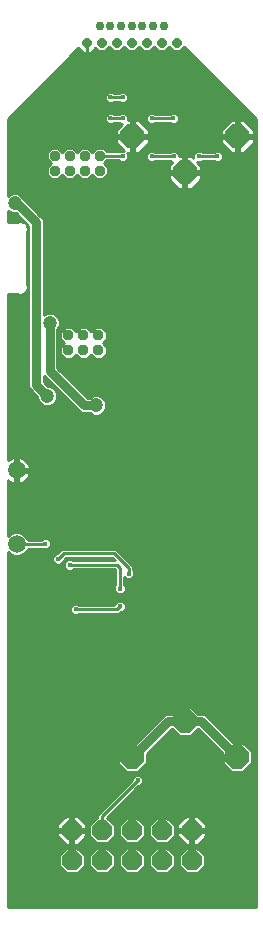
<source format=gbl>
G75*
%MOIN*%
%OFA0B0*%
%FSLAX25Y25*%
%IPPOS*%
%LPD*%
%AMOC8*
5,1,8,0,0,1.08239X$1,22.5*
%
%ADD10OC8,0.06600*%
%ADD11OC8,0.03248*%
%ADD12C,0.05906*%
%ADD13OC8,0.07800*%
%ADD14OC8,0.03543*%
%ADD15C,0.02953*%
%ADD16C,0.00984*%
%ADD17C,0.01772*%
%ADD18C,0.04724*%
%ADD19C,0.03150*%
D10*
X0094681Y0066374D03*
X0094681Y0076374D03*
X0104681Y0076374D03*
X0104681Y0066374D03*
X0114681Y0066374D03*
X0114681Y0076374D03*
X0124681Y0076374D03*
X0124681Y0066374D03*
X0134681Y0066374D03*
X0134681Y0076374D03*
D11*
X0129681Y0338736D03*
X0124681Y0338736D03*
X0119681Y0338736D03*
X0114681Y0338736D03*
X0109681Y0338736D03*
X0104681Y0338736D03*
X0099681Y0338736D03*
D12*
X0076295Y0196374D03*
X0076295Y0171768D03*
D13*
X0114898Y0100713D03*
X0132398Y0112713D03*
X0149898Y0100713D03*
X0132398Y0295713D03*
X0149898Y0307713D03*
X0114898Y0307713D03*
D14*
X0104071Y0301236D03*
X0104071Y0296236D03*
X0099071Y0296236D03*
X0099071Y0301236D03*
X0094071Y0301236D03*
X0094071Y0296236D03*
X0089071Y0296236D03*
X0089071Y0301236D03*
X0093539Y0241394D03*
X0093539Y0236394D03*
X0098539Y0236394D03*
X0098539Y0241394D03*
X0103539Y0241394D03*
X0103539Y0236394D03*
D15*
X0094996Y0265665D03*
X0106413Y0200705D03*
X0106413Y0185744D03*
X0106413Y0176689D03*
X0104839Y0171571D03*
X0106413Y0144406D03*
X0107594Y0344406D03*
X0104051Y0344406D03*
X0111138Y0344406D03*
X0114681Y0344406D03*
X0118224Y0344406D03*
X0121768Y0344406D03*
X0125311Y0344406D03*
D16*
X0073366Y0169118D02*
X0073366Y0050728D01*
X0155996Y0050728D01*
X0155996Y0313659D01*
X0132150Y0337505D01*
X0130765Y0336120D01*
X0128597Y0336120D01*
X0127181Y0337536D01*
X0125765Y0336120D01*
X0123597Y0336120D01*
X0122181Y0337536D01*
X0120765Y0336120D01*
X0118597Y0336120D01*
X0117181Y0337536D01*
X0115765Y0336120D01*
X0113597Y0336120D01*
X0112181Y0337536D01*
X0110765Y0336120D01*
X0108597Y0336120D01*
X0107181Y0337536D01*
X0105765Y0336120D01*
X0103597Y0336120D01*
X0102535Y0337183D01*
X0100972Y0335620D01*
X0099730Y0335620D01*
X0099730Y0338687D01*
X0099632Y0338687D01*
X0099632Y0335620D01*
X0098390Y0335620D01*
X0096859Y0337152D01*
X0073366Y0313659D01*
X0073366Y0287855D01*
X0073755Y0288244D01*
X0074988Y0288754D01*
X0076322Y0288754D01*
X0077555Y0288244D01*
X0078499Y0287300D01*
X0078732Y0286737D01*
X0084245Y0281224D01*
X0084245Y0281224D01*
X0084967Y0280502D01*
X0085358Y0279558D01*
X0085358Y0248335D01*
X0085453Y0248430D01*
X0086686Y0248941D01*
X0088021Y0248941D01*
X0089254Y0248430D01*
X0090197Y0247487D01*
X0090708Y0246254D01*
X0090708Y0244919D01*
X0090197Y0243687D01*
X0089920Y0243410D01*
X0089920Y0230670D01*
X0099996Y0220594D01*
X0100693Y0220594D01*
X0100970Y0220871D01*
X0102203Y0221382D01*
X0103537Y0221382D01*
X0104770Y0220871D01*
X0105714Y0219928D01*
X0106224Y0218695D01*
X0106224Y0217360D01*
X0105714Y0216127D01*
X0104770Y0215184D01*
X0103537Y0214673D01*
X0102203Y0214673D01*
X0100970Y0215184D01*
X0100693Y0215461D01*
X0098422Y0215461D01*
X0097479Y0215851D01*
X0085899Y0227431D01*
X0085358Y0227972D01*
X0085358Y0225981D01*
X0086807Y0224531D01*
X0087199Y0224531D01*
X0088432Y0224021D01*
X0089375Y0223077D01*
X0089886Y0221844D01*
X0089886Y0220510D01*
X0089375Y0219277D01*
X0088432Y0218334D01*
X0087199Y0217823D01*
X0085864Y0217823D01*
X0084631Y0218334D01*
X0083688Y0219277D01*
X0083177Y0220510D01*
X0083177Y0220901D01*
X0081337Y0222741D01*
X0080615Y0223463D01*
X0080224Y0224407D01*
X0080224Y0277984D01*
X0076163Y0282046D01*
X0074988Y0282046D01*
X0073755Y0282556D01*
X0073366Y0282945D01*
X0073366Y0279272D01*
X0075864Y0279272D01*
X0075930Y0279338D01*
X0075930Y0279338D01*
X0077745Y0279625D01*
X0077745Y0279625D01*
X0079382Y0278791D01*
X0079382Y0278791D01*
X0079382Y0278791D01*
X0080216Y0277154D01*
X0080216Y0277154D01*
X0079928Y0275339D01*
X0079928Y0275339D01*
X0079862Y0275273D01*
X0079862Y0259207D01*
X0079928Y0259141D01*
X0079928Y0259141D01*
X0080216Y0257326D01*
X0080216Y0257326D01*
X0079382Y0255689D01*
X0079382Y0255689D01*
X0079382Y0255689D01*
X0077745Y0254855D01*
X0077745Y0254855D01*
X0075930Y0255143D01*
X0075930Y0255143D01*
X0075864Y0255209D01*
X0073366Y0255209D01*
X0073366Y0199731D01*
X0073400Y0199764D01*
X0073966Y0200176D01*
X0074589Y0200493D01*
X0075254Y0200709D01*
X0075803Y0200796D01*
X0075803Y0196866D01*
X0076787Y0196866D01*
X0076787Y0200796D01*
X0077336Y0200709D01*
X0078002Y0200493D01*
X0078625Y0200176D01*
X0079191Y0199764D01*
X0079686Y0199270D01*
X0080097Y0198704D01*
X0080414Y0198080D01*
X0080631Y0197415D01*
X0080718Y0196866D01*
X0076787Y0196866D01*
X0076787Y0195882D01*
X0076787Y0191952D01*
X0077336Y0192039D01*
X0078002Y0192255D01*
X0078625Y0192572D01*
X0079191Y0192984D01*
X0079686Y0193478D01*
X0080097Y0194044D01*
X0080414Y0194668D01*
X0080631Y0195333D01*
X0080718Y0195882D01*
X0076787Y0195882D01*
X0075803Y0195882D01*
X0075803Y0191952D01*
X0075254Y0192039D01*
X0074589Y0192255D01*
X0073966Y0192572D01*
X0073400Y0192984D01*
X0073366Y0193017D01*
X0073366Y0174417D01*
X0074061Y0175112D01*
X0075511Y0175713D01*
X0077080Y0175713D01*
X0078530Y0175112D01*
X0079640Y0174002D01*
X0079950Y0173252D01*
X0084573Y0173252D01*
X0085163Y0173843D01*
X0086719Y0173843D01*
X0087819Y0172742D01*
X0087819Y0171187D01*
X0086719Y0170087D01*
X0085163Y0170087D01*
X0084966Y0170283D01*
X0079950Y0170283D01*
X0079640Y0169533D01*
X0078530Y0168423D01*
X0077080Y0167823D01*
X0075511Y0167823D01*
X0074061Y0168423D01*
X0073366Y0169118D01*
X0073366Y0168633D02*
X0073851Y0168633D01*
X0073366Y0167651D02*
X0088223Y0167651D01*
X0088197Y0167624D02*
X0088197Y0166069D01*
X0089297Y0164969D01*
X0090853Y0164969D01*
X0091953Y0166069D01*
X0091953Y0166625D01*
X0092658Y0167331D01*
X0108161Y0167331D01*
X0109129Y0166362D01*
X0095183Y0166362D01*
X0094790Y0166756D01*
X0093234Y0166756D01*
X0092134Y0165656D01*
X0092134Y0164100D01*
X0093234Y0163000D01*
X0094790Y0163000D01*
X0095183Y0163394D01*
X0109145Y0163394D01*
X0109260Y0163279D01*
X0109260Y0158176D01*
X0108866Y0157782D01*
X0108866Y0156226D01*
X0109966Y0155126D01*
X0111522Y0155126D01*
X0112622Y0156226D01*
X0112622Y0157782D01*
X0112228Y0158176D01*
X0112228Y0160738D01*
X0112919Y0160047D01*
X0114475Y0160047D01*
X0115575Y0161147D01*
X0115575Y0162703D01*
X0115181Y0163097D01*
X0115181Y0164508D01*
X0110260Y0169430D01*
X0109390Y0170299D01*
X0091429Y0170299D01*
X0090559Y0169430D01*
X0089854Y0168724D01*
X0089297Y0168724D01*
X0088197Y0167624D01*
X0088197Y0166668D02*
X0073366Y0166668D01*
X0073366Y0165685D02*
X0088580Y0165685D01*
X0090075Y0166846D02*
X0092043Y0168815D01*
X0108776Y0168815D01*
X0113697Y0163894D01*
X0113697Y0161925D01*
X0115575Y0161754D02*
X0155996Y0161754D01*
X0155996Y0162737D02*
X0115541Y0162737D01*
X0115181Y0163720D02*
X0155996Y0163720D01*
X0155996Y0164702D02*
X0114987Y0164702D01*
X0114005Y0165685D02*
X0155996Y0165685D01*
X0155996Y0166668D02*
X0113022Y0166668D01*
X0112039Y0167651D02*
X0155996Y0167651D01*
X0155996Y0168633D02*
X0111056Y0168633D01*
X0110073Y0169616D02*
X0155996Y0169616D01*
X0155996Y0170599D02*
X0087231Y0170599D01*
X0087819Y0171582D02*
X0155996Y0171582D01*
X0155996Y0172564D02*
X0087819Y0172564D01*
X0087014Y0173547D02*
X0155996Y0173547D01*
X0155996Y0174530D02*
X0079112Y0174530D01*
X0079828Y0173547D02*
X0084868Y0173547D01*
X0085941Y0171965D02*
X0085744Y0171768D01*
X0076295Y0171768D01*
X0075028Y0175513D02*
X0073366Y0175513D01*
X0073366Y0176495D02*
X0155996Y0176495D01*
X0155996Y0175513D02*
X0077563Y0175513D01*
X0079674Y0169616D02*
X0090745Y0169616D01*
X0089206Y0168633D02*
X0078740Y0168633D01*
X0073366Y0164702D02*
X0092134Y0164702D01*
X0092163Y0165685D02*
X0091569Y0165685D01*
X0091995Y0166668D02*
X0093146Y0166668D01*
X0094878Y0166668D02*
X0108824Y0166668D01*
X0109760Y0164878D02*
X0110744Y0163894D01*
X0110744Y0157004D01*
X0108866Y0156840D02*
X0073366Y0156840D01*
X0073366Y0155857D02*
X0109235Y0155857D01*
X0108907Y0157823D02*
X0073366Y0157823D01*
X0073366Y0158806D02*
X0109260Y0158806D01*
X0109260Y0159788D02*
X0073366Y0159788D01*
X0073366Y0160771D02*
X0109260Y0160771D01*
X0109260Y0161754D02*
X0073366Y0161754D01*
X0073366Y0162737D02*
X0109260Y0162737D01*
X0109760Y0164878D02*
X0094012Y0164878D01*
X0092514Y0163720D02*
X0073366Y0163720D01*
X0073366Y0174530D02*
X0073479Y0174530D01*
X0073366Y0177478D02*
X0155996Y0177478D01*
X0155996Y0178461D02*
X0073366Y0178461D01*
X0073366Y0179444D02*
X0155996Y0179444D01*
X0155996Y0180427D02*
X0073366Y0180427D01*
X0073366Y0181409D02*
X0155996Y0181409D01*
X0155996Y0182392D02*
X0073366Y0182392D01*
X0073366Y0183375D02*
X0155996Y0183375D01*
X0155996Y0184358D02*
X0073366Y0184358D01*
X0073366Y0185340D02*
X0155996Y0185340D01*
X0155996Y0186323D02*
X0073366Y0186323D01*
X0073366Y0187306D02*
X0155996Y0187306D01*
X0155996Y0188289D02*
X0073366Y0188289D01*
X0073366Y0189271D02*
X0155996Y0189271D01*
X0155996Y0190254D02*
X0073366Y0190254D01*
X0073366Y0191237D02*
X0155996Y0191237D01*
X0155996Y0192220D02*
X0077893Y0192220D01*
X0076787Y0192220D02*
X0075803Y0192220D01*
X0075803Y0193202D02*
X0076787Y0193202D01*
X0076787Y0194185D02*
X0075803Y0194185D01*
X0075803Y0195168D02*
X0076787Y0195168D01*
X0076787Y0196151D02*
X0155996Y0196151D01*
X0155996Y0197133D02*
X0080675Y0197133D01*
X0080396Y0198116D02*
X0155996Y0198116D01*
X0155996Y0199099D02*
X0079810Y0199099D01*
X0078754Y0200082D02*
X0155996Y0200082D01*
X0155996Y0201065D02*
X0073366Y0201065D01*
X0073366Y0202047D02*
X0155996Y0202047D01*
X0155996Y0203030D02*
X0073366Y0203030D01*
X0073366Y0204013D02*
X0155996Y0204013D01*
X0155996Y0204996D02*
X0073366Y0204996D01*
X0073366Y0205978D02*
X0155996Y0205978D01*
X0155996Y0206961D02*
X0073366Y0206961D01*
X0073366Y0207944D02*
X0155996Y0207944D01*
X0155996Y0208927D02*
X0073366Y0208927D01*
X0073366Y0209909D02*
X0155996Y0209909D01*
X0155996Y0210892D02*
X0073366Y0210892D01*
X0073366Y0211875D02*
X0155996Y0211875D01*
X0155996Y0212858D02*
X0073366Y0212858D01*
X0073366Y0213840D02*
X0155996Y0213840D01*
X0155996Y0214823D02*
X0103899Y0214823D01*
X0105392Y0215806D02*
X0155996Y0215806D01*
X0155996Y0216789D02*
X0105988Y0216789D01*
X0106224Y0217772D02*
X0155996Y0217772D01*
X0155996Y0218754D02*
X0106200Y0218754D01*
X0105793Y0219737D02*
X0155996Y0219737D01*
X0155996Y0220720D02*
X0104922Y0220720D01*
X0101841Y0214823D02*
X0073366Y0214823D01*
X0073366Y0215806D02*
X0097589Y0215806D01*
X0096542Y0216789D02*
X0073366Y0216789D01*
X0073366Y0217772D02*
X0095559Y0217772D01*
X0094576Y0218754D02*
X0088852Y0218754D01*
X0089566Y0219737D02*
X0093593Y0219737D01*
X0092611Y0220720D02*
X0089886Y0220720D01*
X0089886Y0221703D02*
X0091628Y0221703D01*
X0090645Y0222685D02*
X0089537Y0222685D01*
X0089662Y0223668D02*
X0088784Y0223668D01*
X0088680Y0224651D02*
X0086688Y0224651D01*
X0085705Y0225634D02*
X0087697Y0225634D01*
X0086714Y0226616D02*
X0085358Y0226616D01*
X0085358Y0227599D02*
X0085731Y0227599D01*
X0090043Y0230547D02*
X0155996Y0230547D01*
X0155996Y0229565D02*
X0091026Y0229565D01*
X0092009Y0228582D02*
X0155996Y0228582D01*
X0155996Y0227599D02*
X0092992Y0227599D01*
X0093974Y0226616D02*
X0155996Y0226616D01*
X0155996Y0225634D02*
X0094957Y0225634D01*
X0095940Y0224651D02*
X0155996Y0224651D01*
X0155996Y0223668D02*
X0096923Y0223668D01*
X0097905Y0222685D02*
X0155996Y0222685D01*
X0155996Y0221703D02*
X0098888Y0221703D01*
X0099871Y0220720D02*
X0100819Y0220720D01*
X0099684Y0233630D02*
X0097395Y0233630D01*
X0096039Y0234985D01*
X0094684Y0233630D01*
X0092395Y0233630D01*
X0090776Y0235249D01*
X0090776Y0237538D01*
X0092131Y0238894D01*
X0090776Y0240249D01*
X0090776Y0242538D01*
X0092395Y0244157D01*
X0094684Y0244157D01*
X0096039Y0242802D01*
X0097395Y0244157D01*
X0099684Y0244157D01*
X0101039Y0242802D01*
X0102395Y0244157D01*
X0104684Y0244157D01*
X0106303Y0242538D01*
X0106303Y0240249D01*
X0104948Y0238894D01*
X0106303Y0237538D01*
X0106303Y0235249D01*
X0104684Y0233630D01*
X0102395Y0233630D01*
X0101039Y0234985D01*
X0099684Y0233630D01*
X0100533Y0234478D02*
X0101546Y0234478D01*
X0105533Y0234478D02*
X0155996Y0234478D01*
X0155996Y0233496D02*
X0089920Y0233496D01*
X0089920Y0234478D02*
X0091546Y0234478D01*
X0090776Y0235461D02*
X0089920Y0235461D01*
X0089920Y0236444D02*
X0090776Y0236444D01*
X0090776Y0237427D02*
X0089920Y0237427D01*
X0089920Y0238410D02*
X0091647Y0238410D01*
X0091632Y0239392D02*
X0089920Y0239392D01*
X0089920Y0240375D02*
X0090776Y0240375D01*
X0090776Y0241358D02*
X0089920Y0241358D01*
X0089920Y0242341D02*
X0090776Y0242341D01*
X0091560Y0243323D02*
X0089920Y0243323D01*
X0090454Y0244306D02*
X0155996Y0244306D01*
X0155996Y0243323D02*
X0105518Y0243323D01*
X0106303Y0242341D02*
X0155996Y0242341D01*
X0155996Y0241358D02*
X0106303Y0241358D01*
X0106303Y0240375D02*
X0155996Y0240375D01*
X0155996Y0239392D02*
X0105447Y0239392D01*
X0105432Y0238410D02*
X0155996Y0238410D01*
X0155996Y0237427D02*
X0106303Y0237427D01*
X0106303Y0236444D02*
X0155996Y0236444D01*
X0155996Y0235461D02*
X0106303Y0235461D01*
X0101560Y0243323D02*
X0100518Y0243323D01*
X0096560Y0243323D02*
X0095518Y0243323D01*
X0090708Y0245289D02*
X0155996Y0245289D01*
X0155996Y0246272D02*
X0090700Y0246272D01*
X0090293Y0247254D02*
X0155996Y0247254D01*
X0155996Y0248237D02*
X0089447Y0248237D01*
X0085358Y0249220D02*
X0155996Y0249220D01*
X0155996Y0250203D02*
X0085358Y0250203D01*
X0085358Y0251185D02*
X0155996Y0251185D01*
X0155996Y0252168D02*
X0085358Y0252168D01*
X0085358Y0253151D02*
X0155996Y0253151D01*
X0155996Y0254134D02*
X0085358Y0254134D01*
X0085358Y0255117D02*
X0155996Y0255117D01*
X0155996Y0256099D02*
X0085358Y0256099D01*
X0085358Y0257082D02*
X0155996Y0257082D01*
X0155996Y0258065D02*
X0085358Y0258065D01*
X0085358Y0259048D02*
X0155996Y0259048D01*
X0155996Y0260030D02*
X0085358Y0260030D01*
X0085358Y0261013D02*
X0155996Y0261013D01*
X0155996Y0261996D02*
X0085358Y0261996D01*
X0085358Y0262979D02*
X0155996Y0262979D01*
X0155996Y0263961D02*
X0085358Y0263961D01*
X0085358Y0264944D02*
X0155996Y0264944D01*
X0155996Y0265927D02*
X0085358Y0265927D01*
X0085358Y0266910D02*
X0155996Y0266910D01*
X0155996Y0267892D02*
X0085358Y0267892D01*
X0085358Y0268875D02*
X0155996Y0268875D01*
X0155996Y0269858D02*
X0085358Y0269858D01*
X0085358Y0270841D02*
X0155996Y0270841D01*
X0155996Y0271823D02*
X0085358Y0271823D01*
X0085358Y0272806D02*
X0155996Y0272806D01*
X0155996Y0273789D02*
X0085358Y0273789D01*
X0085358Y0274772D02*
X0155996Y0274772D01*
X0155996Y0275755D02*
X0085358Y0275755D01*
X0085358Y0276737D02*
X0155996Y0276737D01*
X0155996Y0277720D02*
X0085358Y0277720D01*
X0085358Y0278703D02*
X0155996Y0278703D01*
X0155996Y0279686D02*
X0085305Y0279686D01*
X0084801Y0280668D02*
X0155996Y0280668D01*
X0155996Y0281651D02*
X0083818Y0281651D01*
X0082835Y0282634D02*
X0155996Y0282634D01*
X0155996Y0283617D02*
X0081852Y0283617D01*
X0080870Y0284599D02*
X0155996Y0284599D01*
X0155996Y0285582D02*
X0079887Y0285582D01*
X0078904Y0286565D02*
X0155996Y0286565D01*
X0155996Y0287548D02*
X0078251Y0287548D01*
X0076863Y0288530D02*
X0155996Y0288530D01*
X0155996Y0289513D02*
X0073366Y0289513D01*
X0073366Y0288530D02*
X0074447Y0288530D01*
X0073366Y0290496D02*
X0129989Y0290496D01*
X0130164Y0290320D02*
X0131906Y0290320D01*
X0131906Y0295220D01*
X0132890Y0295220D01*
X0132890Y0290320D01*
X0134631Y0290320D01*
X0137790Y0293479D01*
X0137790Y0295220D01*
X0132890Y0295220D01*
X0132890Y0296205D01*
X0131906Y0296205D01*
X0131906Y0301105D01*
X0130535Y0301105D01*
X0130535Y0301876D01*
X0129435Y0302976D01*
X0127880Y0302976D01*
X0127486Y0302583D01*
X0122546Y0302583D01*
X0122152Y0302976D01*
X0120596Y0302976D01*
X0119496Y0301876D01*
X0119496Y0300321D01*
X0120596Y0299220D01*
X0122152Y0299220D01*
X0122546Y0299614D01*
X0127486Y0299614D01*
X0127880Y0299220D01*
X0128280Y0299220D01*
X0127006Y0297946D01*
X0127005Y0296205D01*
X0131905Y0296205D01*
X0131905Y0295220D01*
X0127005Y0295220D01*
X0127006Y0293479D01*
X0130164Y0290320D01*
X0129006Y0291479D02*
X0073366Y0291479D01*
X0073366Y0292462D02*
X0128023Y0292462D01*
X0127040Y0293444D02*
X0073366Y0293444D01*
X0073366Y0294427D02*
X0086971Y0294427D01*
X0086307Y0295091D02*
X0087926Y0293472D01*
X0090216Y0293472D01*
X0091571Y0294828D01*
X0092926Y0293472D01*
X0095216Y0293472D01*
X0096571Y0294828D01*
X0097926Y0293472D01*
X0100216Y0293472D01*
X0101571Y0294828D01*
X0102926Y0293472D01*
X0105216Y0293472D01*
X0106835Y0295091D01*
X0106835Y0297381D01*
X0105479Y0298736D01*
X0106495Y0299752D01*
X0110350Y0299752D01*
X0110881Y0299220D01*
X0112437Y0299220D01*
X0113537Y0300321D01*
X0113537Y0301876D01*
X0113093Y0302320D01*
X0114406Y0302320D01*
X0114406Y0307220D01*
X0115390Y0307220D01*
X0115390Y0302320D01*
X0117131Y0302320D01*
X0120290Y0305479D01*
X0120290Y0307220D01*
X0115390Y0307220D01*
X0115390Y0308205D01*
X0114406Y0308205D01*
X0114406Y0313105D01*
X0113606Y0313105D01*
X0113606Y0314475D01*
X0112506Y0315575D01*
X0110950Y0315575D01*
X0110557Y0315181D01*
X0108766Y0315181D01*
X0108372Y0315575D01*
X0106817Y0315575D01*
X0105717Y0314475D01*
X0105717Y0312919D01*
X0106817Y0311819D01*
X0108372Y0311819D01*
X0108766Y0312213D01*
X0110557Y0312213D01*
X0110950Y0311819D01*
X0111378Y0311819D01*
X0109506Y0309946D01*
X0109505Y0308205D01*
X0114405Y0308205D01*
X0114405Y0307220D01*
X0109505Y0307220D01*
X0109506Y0305479D01*
X0112008Y0302976D01*
X0110881Y0302976D01*
X0110625Y0302720D01*
X0106495Y0302720D01*
X0105216Y0304000D01*
X0102926Y0304000D01*
X0101571Y0302645D01*
X0100216Y0304000D01*
X0097926Y0304000D01*
X0096571Y0302645D01*
X0095216Y0304000D01*
X0092926Y0304000D01*
X0091571Y0302645D01*
X0090216Y0304000D01*
X0087926Y0304000D01*
X0086307Y0302381D01*
X0086307Y0300091D01*
X0087662Y0298736D01*
X0086307Y0297381D01*
X0086307Y0295091D01*
X0086307Y0295410D02*
X0073366Y0295410D01*
X0073366Y0296393D02*
X0086307Y0296393D01*
X0086307Y0297375D02*
X0073366Y0297375D01*
X0073366Y0298358D02*
X0087284Y0298358D01*
X0087058Y0299341D02*
X0073366Y0299341D01*
X0073366Y0300324D02*
X0086307Y0300324D01*
X0086307Y0301306D02*
X0073366Y0301306D01*
X0073366Y0302289D02*
X0086307Y0302289D01*
X0087198Y0303272D02*
X0073366Y0303272D01*
X0073366Y0304255D02*
X0110730Y0304255D01*
X0109747Y0305237D02*
X0073366Y0305237D01*
X0073366Y0306220D02*
X0109505Y0306220D01*
X0109505Y0307203D02*
X0073366Y0307203D01*
X0073366Y0308186D02*
X0114405Y0308186D01*
X0114406Y0309168D02*
X0115390Y0309168D01*
X0115390Y0308205D02*
X0115390Y0313105D01*
X0117131Y0313105D01*
X0120290Y0309946D01*
X0120290Y0308205D01*
X0115390Y0308205D01*
X0115390Y0308186D02*
X0149405Y0308186D01*
X0149405Y0308205D02*
X0149405Y0307220D01*
X0149406Y0307220D02*
X0150390Y0307220D01*
X0150390Y0302320D01*
X0152131Y0302320D01*
X0155290Y0305479D01*
X0155290Y0307220D01*
X0150390Y0307220D01*
X0150390Y0308205D01*
X0149406Y0308205D01*
X0149406Y0313105D01*
X0147664Y0313105D01*
X0144506Y0309946D01*
X0144505Y0308205D01*
X0149405Y0308205D01*
X0149406Y0309168D02*
X0150390Y0309168D01*
X0150390Y0308205D02*
X0150390Y0313105D01*
X0152131Y0313105D01*
X0155290Y0309946D01*
X0155290Y0308205D01*
X0150390Y0308205D01*
X0150390Y0308186D02*
X0155996Y0308186D01*
X0155996Y0309168D02*
X0155290Y0309168D01*
X0155085Y0310151D02*
X0155996Y0310151D01*
X0155996Y0311134D02*
X0154102Y0311134D01*
X0153119Y0312117D02*
X0155996Y0312117D01*
X0155996Y0313100D02*
X0152136Y0313100D01*
X0150390Y0313100D02*
X0149406Y0313100D01*
X0149406Y0312117D02*
X0150390Y0312117D01*
X0150390Y0311134D02*
X0149406Y0311134D01*
X0149406Y0310151D02*
X0150390Y0310151D01*
X0150390Y0307203D02*
X0149406Y0307203D01*
X0149406Y0307220D02*
X0149406Y0302320D01*
X0147664Y0302320D01*
X0144506Y0305479D01*
X0144505Y0307220D01*
X0149405Y0307220D01*
X0149406Y0306220D02*
X0150390Y0306220D01*
X0150390Y0305237D02*
X0149406Y0305237D01*
X0149406Y0304255D02*
X0150390Y0304255D01*
X0150390Y0303272D02*
X0149406Y0303272D01*
X0146713Y0303272D02*
X0118083Y0303272D01*
X0119065Y0304255D02*
X0145730Y0304255D01*
X0144747Y0305237D02*
X0120048Y0305237D01*
X0120290Y0306220D02*
X0144505Y0306220D01*
X0144505Y0307203D02*
X0120290Y0307203D01*
X0120290Y0309168D02*
X0144506Y0309168D01*
X0144711Y0310151D02*
X0120085Y0310151D01*
X0119102Y0311134D02*
X0145693Y0311134D01*
X0146676Y0312117D02*
X0129546Y0312117D01*
X0129248Y0311819D02*
X0130348Y0312919D01*
X0130348Y0314475D01*
X0129248Y0315575D01*
X0127692Y0315575D01*
X0127298Y0315181D01*
X0122546Y0315181D01*
X0122152Y0315575D01*
X0120596Y0315575D01*
X0119496Y0314475D01*
X0119496Y0312919D01*
X0120596Y0311819D01*
X0122152Y0311819D01*
X0122546Y0312213D01*
X0127298Y0312213D01*
X0127692Y0311819D01*
X0129248Y0311819D01*
X0130348Y0313100D02*
X0147659Y0313100D01*
X0151642Y0318013D02*
X0077720Y0318013D01*
X0076738Y0317031D02*
X0152625Y0317031D01*
X0153607Y0316048D02*
X0075755Y0316048D01*
X0074772Y0315065D02*
X0106307Y0315065D01*
X0105717Y0314082D02*
X0073789Y0314082D01*
X0073366Y0313100D02*
X0105717Y0313100D01*
X0106519Y0312117D02*
X0073366Y0312117D01*
X0073366Y0311134D02*
X0110693Y0311134D01*
X0110653Y0312117D02*
X0108670Y0312117D01*
X0107594Y0313697D02*
X0111728Y0313697D01*
X0113016Y0315065D02*
X0120086Y0315065D01*
X0119496Y0314082D02*
X0113606Y0314082D01*
X0114406Y0313100D02*
X0115390Y0313100D01*
X0115390Y0312117D02*
X0114406Y0312117D01*
X0114406Y0311134D02*
X0115390Y0311134D01*
X0115390Y0310151D02*
X0114406Y0310151D01*
X0114406Y0307203D02*
X0115390Y0307203D01*
X0115390Y0306220D02*
X0114406Y0306220D01*
X0114406Y0305237D02*
X0115390Y0305237D01*
X0115390Y0304255D02*
X0114406Y0304255D01*
X0114406Y0303272D02*
X0115390Y0303272D01*
X0113124Y0302289D02*
X0119909Y0302289D01*
X0119496Y0301306D02*
X0113537Y0301306D01*
X0113537Y0300324D02*
X0119496Y0300324D01*
X0120476Y0299341D02*
X0112557Y0299341D01*
X0110761Y0299341D02*
X0106084Y0299341D01*
X0105858Y0298358D02*
X0127418Y0298358D01*
X0127759Y0299341D02*
X0122272Y0299341D01*
X0121374Y0301098D02*
X0128657Y0301098D01*
X0130123Y0302289D02*
X0135657Y0302289D01*
X0135244Y0301876D02*
X0135244Y0300492D01*
X0134631Y0301105D01*
X0132890Y0301105D01*
X0132890Y0296205D01*
X0137790Y0296205D01*
X0137790Y0297946D01*
X0136515Y0299220D01*
X0137900Y0299220D01*
X0138294Y0299614D01*
X0142053Y0299614D01*
X0142447Y0299220D01*
X0144002Y0299220D01*
X0145102Y0300321D01*
X0145102Y0301876D01*
X0144002Y0302976D01*
X0142447Y0302976D01*
X0142053Y0302583D01*
X0138294Y0302583D01*
X0137900Y0302976D01*
X0136344Y0302976D01*
X0135244Y0301876D01*
X0135244Y0301306D02*
X0130535Y0301306D01*
X0131906Y0300324D02*
X0132890Y0300324D01*
X0132890Y0299341D02*
X0131906Y0299341D01*
X0131906Y0298358D02*
X0132890Y0298358D01*
X0132890Y0297375D02*
X0131906Y0297375D01*
X0131906Y0296393D02*
X0132890Y0296393D01*
X0132890Y0295410D02*
X0155996Y0295410D01*
X0155996Y0296393D02*
X0137790Y0296393D01*
X0137790Y0297375D02*
X0155996Y0297375D01*
X0155996Y0298358D02*
X0137378Y0298358D01*
X0138020Y0299341D02*
X0142326Y0299341D01*
X0144123Y0299341D02*
X0155996Y0299341D01*
X0155996Y0300324D02*
X0145102Y0300324D01*
X0145102Y0301306D02*
X0155996Y0301306D01*
X0155996Y0302289D02*
X0144689Y0302289D01*
X0143224Y0301098D02*
X0137122Y0301098D01*
X0137790Y0294427D02*
X0155996Y0294427D01*
X0155996Y0293444D02*
X0137755Y0293444D01*
X0136772Y0292462D02*
X0155996Y0292462D01*
X0155996Y0291479D02*
X0135789Y0291479D01*
X0134807Y0290496D02*
X0155996Y0290496D01*
X0155996Y0303272D02*
X0153083Y0303272D01*
X0154065Y0304255D02*
X0155996Y0304255D01*
X0155996Y0305237D02*
X0155048Y0305237D01*
X0155290Y0306220D02*
X0155996Y0306220D01*
X0155996Y0307203D02*
X0155290Y0307203D01*
X0155573Y0314082D02*
X0130348Y0314082D01*
X0129758Y0315065D02*
X0154590Y0315065D01*
X0150659Y0318996D02*
X0112597Y0318996D01*
X0112506Y0318906D02*
X0113606Y0320006D01*
X0113606Y0321561D01*
X0112506Y0322661D01*
X0110950Y0322661D01*
X0110557Y0322268D01*
X0108766Y0322268D01*
X0108372Y0322661D01*
X0106817Y0322661D01*
X0105717Y0321561D01*
X0105717Y0320006D01*
X0106817Y0318906D01*
X0108372Y0318906D01*
X0108766Y0319299D01*
X0110557Y0319299D01*
X0110950Y0318906D01*
X0112506Y0318906D01*
X0113580Y0319979D02*
X0149676Y0319979D01*
X0148693Y0320962D02*
X0113606Y0320962D01*
X0113223Y0321944D02*
X0147711Y0321944D01*
X0146728Y0322927D02*
X0082634Y0322927D01*
X0081651Y0321944D02*
X0106100Y0321944D01*
X0105717Y0320962D02*
X0080669Y0320962D01*
X0079686Y0319979D02*
X0105743Y0319979D01*
X0106726Y0318996D02*
X0078703Y0318996D01*
X0083617Y0323910D02*
X0145745Y0323910D01*
X0144762Y0324893D02*
X0084600Y0324893D01*
X0085583Y0325875D02*
X0143780Y0325875D01*
X0142797Y0326858D02*
X0086565Y0326858D01*
X0087548Y0327841D02*
X0141814Y0327841D01*
X0140831Y0328824D02*
X0088531Y0328824D01*
X0089514Y0329807D02*
X0139849Y0329807D01*
X0138866Y0330789D02*
X0090496Y0330789D01*
X0091479Y0331772D02*
X0137883Y0331772D01*
X0136900Y0332755D02*
X0092462Y0332755D01*
X0093445Y0333738D02*
X0135918Y0333738D01*
X0134935Y0334720D02*
X0094427Y0334720D01*
X0095410Y0335703D02*
X0098307Y0335703D01*
X0099632Y0335703D02*
X0099730Y0335703D01*
X0099730Y0336686D02*
X0099632Y0336686D01*
X0099632Y0337669D02*
X0099730Y0337669D01*
X0099730Y0338651D02*
X0099632Y0338651D01*
X0097325Y0336686D02*
X0096393Y0336686D01*
X0101055Y0335703D02*
X0133952Y0335703D01*
X0132969Y0336686D02*
X0131330Y0336686D01*
X0128032Y0336686D02*
X0126331Y0336686D01*
X0123032Y0336686D02*
X0121330Y0336686D01*
X0118032Y0336686D02*
X0116330Y0336686D01*
X0113032Y0336686D02*
X0111331Y0336686D01*
X0108032Y0336686D02*
X0106331Y0336686D01*
X0103032Y0336686D02*
X0102038Y0336686D01*
X0107594Y0320783D02*
X0111728Y0320783D01*
X0110860Y0318996D02*
X0108463Y0318996D01*
X0109711Y0310151D02*
X0073366Y0310151D01*
X0073366Y0309168D02*
X0109506Y0309168D01*
X0111713Y0303272D02*
X0105944Y0303272D01*
X0104071Y0301236D02*
X0111521Y0301236D01*
X0111659Y0301098D01*
X0106835Y0297375D02*
X0127006Y0297375D01*
X0127006Y0296393D02*
X0106835Y0296393D01*
X0106835Y0295410D02*
X0131905Y0295410D01*
X0131906Y0294427D02*
X0132890Y0294427D01*
X0132890Y0293444D02*
X0131906Y0293444D01*
X0131906Y0292462D02*
X0132890Y0292462D01*
X0132890Y0291479D02*
X0131906Y0291479D01*
X0131906Y0290496D02*
X0132890Y0290496D01*
X0127005Y0294427D02*
X0106170Y0294427D01*
X0101971Y0294427D02*
X0101170Y0294427D01*
X0096971Y0294427D02*
X0096170Y0294427D01*
X0091971Y0294427D02*
X0091170Y0294427D01*
X0090944Y0303272D02*
X0092198Y0303272D01*
X0095944Y0303272D02*
X0097198Y0303272D01*
X0100944Y0303272D02*
X0102198Y0303272D01*
X0117136Y0313100D02*
X0119496Y0313100D01*
X0120298Y0312117D02*
X0118119Y0312117D01*
X0121374Y0313697D02*
X0128470Y0313697D01*
X0127394Y0312117D02*
X0122450Y0312117D01*
X0079506Y0278703D02*
X0079427Y0278703D01*
X0079927Y0277720D02*
X0080224Y0277720D01*
X0080224Y0276737D02*
X0080150Y0276737D01*
X0080224Y0275755D02*
X0079994Y0275755D01*
X0079862Y0274772D02*
X0080224Y0274772D01*
X0080224Y0273789D02*
X0079862Y0273789D01*
X0079862Y0272806D02*
X0080224Y0272806D01*
X0080224Y0271823D02*
X0079862Y0271823D01*
X0079862Y0270841D02*
X0080224Y0270841D01*
X0080224Y0269858D02*
X0079862Y0269858D01*
X0079862Y0268875D02*
X0080224Y0268875D01*
X0080224Y0267892D02*
X0079862Y0267892D01*
X0079862Y0266910D02*
X0080224Y0266910D01*
X0080224Y0265927D02*
X0079862Y0265927D01*
X0079862Y0264944D02*
X0080224Y0264944D01*
X0080224Y0263961D02*
X0079862Y0263961D01*
X0079862Y0262979D02*
X0080224Y0262979D01*
X0080224Y0261996D02*
X0079862Y0261996D01*
X0079862Y0261013D02*
X0080224Y0261013D01*
X0080224Y0260030D02*
X0079862Y0260030D01*
X0079943Y0259048D02*
X0080224Y0259048D01*
X0080224Y0258065D02*
X0080099Y0258065D01*
X0080091Y0257082D02*
X0080224Y0257082D01*
X0080224Y0256099D02*
X0079591Y0256099D01*
X0080224Y0255117D02*
X0078258Y0255117D01*
X0076094Y0255117D02*
X0073366Y0255117D01*
X0073366Y0254134D02*
X0080224Y0254134D01*
X0080224Y0253151D02*
X0073366Y0253151D01*
X0073366Y0252168D02*
X0080224Y0252168D01*
X0080224Y0251185D02*
X0073366Y0251185D01*
X0073366Y0250203D02*
X0080224Y0250203D01*
X0080224Y0249220D02*
X0073366Y0249220D01*
X0073366Y0248237D02*
X0080224Y0248237D01*
X0080224Y0247254D02*
X0073366Y0247254D01*
X0073366Y0246272D02*
X0080224Y0246272D01*
X0080224Y0245289D02*
X0073366Y0245289D01*
X0073366Y0244306D02*
X0080224Y0244306D01*
X0080224Y0243323D02*
X0073366Y0243323D01*
X0073366Y0242341D02*
X0080224Y0242341D01*
X0080224Y0241358D02*
X0073366Y0241358D01*
X0073366Y0240375D02*
X0080224Y0240375D01*
X0080224Y0239392D02*
X0073366Y0239392D01*
X0073366Y0238410D02*
X0080224Y0238410D01*
X0080224Y0237427D02*
X0073366Y0237427D01*
X0073366Y0236444D02*
X0080224Y0236444D01*
X0080224Y0235461D02*
X0073366Y0235461D01*
X0073366Y0234478D02*
X0080224Y0234478D01*
X0080224Y0233496D02*
X0073366Y0233496D01*
X0073366Y0232513D02*
X0080224Y0232513D01*
X0080224Y0231530D02*
X0073366Y0231530D01*
X0073366Y0230547D02*
X0080224Y0230547D01*
X0080224Y0229565D02*
X0073366Y0229565D01*
X0073366Y0228582D02*
X0080224Y0228582D01*
X0080224Y0227599D02*
X0073366Y0227599D01*
X0073366Y0226616D02*
X0080224Y0226616D01*
X0080224Y0225634D02*
X0073366Y0225634D01*
X0073366Y0224651D02*
X0080224Y0224651D01*
X0080530Y0223668D02*
X0073366Y0223668D01*
X0073366Y0222685D02*
X0081393Y0222685D01*
X0082376Y0221703D02*
X0073366Y0221703D01*
X0073366Y0220720D02*
X0083177Y0220720D01*
X0083497Y0219737D02*
X0073366Y0219737D01*
X0073366Y0218754D02*
X0084211Y0218754D01*
X0089920Y0231530D02*
X0155996Y0231530D01*
X0155996Y0232513D02*
X0089920Y0232513D01*
X0095533Y0234478D02*
X0096546Y0234478D01*
X0076787Y0200082D02*
X0075803Y0200082D01*
X0075803Y0199099D02*
X0076787Y0199099D01*
X0076787Y0198116D02*
X0075803Y0198116D01*
X0075803Y0197133D02*
X0076787Y0197133D01*
X0073836Y0200082D02*
X0073366Y0200082D01*
X0073366Y0192220D02*
X0074697Y0192220D01*
X0079410Y0193202D02*
X0155996Y0193202D01*
X0155996Y0194185D02*
X0080169Y0194185D01*
X0080577Y0195168D02*
X0155996Y0195168D01*
X0155996Y0160771D02*
X0115199Y0160771D01*
X0112228Y0159788D02*
X0155996Y0159788D01*
X0155996Y0158806D02*
X0112228Y0158806D01*
X0112581Y0157823D02*
X0155996Y0157823D01*
X0155996Y0156840D02*
X0112622Y0156840D01*
X0112253Y0155857D02*
X0155996Y0155857D01*
X0155996Y0154875D02*
X0073366Y0154875D01*
X0073366Y0153892D02*
X0155996Y0153892D01*
X0155996Y0152909D02*
X0111589Y0152909D01*
X0111522Y0152976D02*
X0109966Y0152976D01*
X0108866Y0151876D01*
X0108866Y0151598D01*
X0097152Y0151598D01*
X0096758Y0151992D01*
X0095202Y0151992D01*
X0094102Y0150892D01*
X0094102Y0149336D01*
X0095202Y0148236D01*
X0096758Y0148236D01*
X0097152Y0148630D01*
X0110375Y0148630D01*
X0110965Y0149220D01*
X0111522Y0149220D01*
X0112622Y0150321D01*
X0112622Y0151876D01*
X0111522Y0152976D01*
X0112572Y0151926D02*
X0155996Y0151926D01*
X0155996Y0150944D02*
X0112622Y0150944D01*
X0112262Y0149961D02*
X0155996Y0149961D01*
X0155996Y0148978D02*
X0110723Y0148978D01*
X0109760Y0150114D02*
X0110744Y0151098D01*
X0109760Y0150114D02*
X0095980Y0150114D01*
X0094102Y0149961D02*
X0073366Y0149961D01*
X0073366Y0150944D02*
X0094154Y0150944D01*
X0095137Y0151926D02*
X0073366Y0151926D01*
X0073366Y0152909D02*
X0109899Y0152909D01*
X0108916Y0151926D02*
X0096824Y0151926D01*
X0094461Y0148978D02*
X0073366Y0148978D01*
X0073366Y0147995D02*
X0155996Y0147995D01*
X0155996Y0147013D02*
X0073366Y0147013D01*
X0073366Y0146030D02*
X0155996Y0146030D01*
X0155996Y0145047D02*
X0073366Y0145047D01*
X0073366Y0144064D02*
X0155996Y0144064D01*
X0155996Y0143081D02*
X0073366Y0143081D01*
X0073366Y0142099D02*
X0155996Y0142099D01*
X0155996Y0141116D02*
X0073366Y0141116D01*
X0073366Y0140133D02*
X0155996Y0140133D01*
X0155996Y0139150D02*
X0073366Y0139150D01*
X0073366Y0138168D02*
X0155996Y0138168D01*
X0155996Y0137185D02*
X0073366Y0137185D01*
X0073366Y0136202D02*
X0155996Y0136202D01*
X0155996Y0135219D02*
X0073366Y0135219D01*
X0073366Y0134237D02*
X0155996Y0134237D01*
X0155996Y0133254D02*
X0073366Y0133254D01*
X0073366Y0132271D02*
X0155996Y0132271D01*
X0155996Y0131288D02*
X0073366Y0131288D01*
X0073366Y0130306D02*
X0155996Y0130306D01*
X0155996Y0129323D02*
X0073366Y0129323D01*
X0073366Y0128340D02*
X0155996Y0128340D01*
X0155996Y0127357D02*
X0073366Y0127357D01*
X0073366Y0126375D02*
X0155996Y0126375D01*
X0155996Y0125392D02*
X0073366Y0125392D01*
X0073366Y0124409D02*
X0155996Y0124409D01*
X0155996Y0123426D02*
X0073366Y0123426D01*
X0073366Y0122443D02*
X0155996Y0122443D01*
X0155996Y0121461D02*
X0073366Y0121461D01*
X0073366Y0120478D02*
X0155996Y0120478D01*
X0155996Y0119495D02*
X0073366Y0119495D01*
X0073366Y0118512D02*
X0155996Y0118512D01*
X0155996Y0117530D02*
X0134499Y0117530D01*
X0134424Y0117605D02*
X0130371Y0117605D01*
X0128046Y0115280D01*
X0126387Y0115280D01*
X0125444Y0114889D01*
X0124721Y0114167D01*
X0116160Y0105605D01*
X0112871Y0105605D01*
X0110006Y0102739D01*
X0110006Y0098686D01*
X0112871Y0095820D01*
X0116924Y0095820D01*
X0119790Y0098686D01*
X0119790Y0101975D01*
X0127961Y0110146D01*
X0128046Y0110146D01*
X0130371Y0107820D01*
X0134424Y0107820D01*
X0136749Y0110146D01*
X0136834Y0110146D01*
X0145006Y0101975D01*
X0145006Y0098686D01*
X0147871Y0095820D01*
X0151924Y0095820D01*
X0154790Y0098686D01*
X0154790Y0102739D01*
X0151924Y0105605D01*
X0148636Y0105605D01*
X0139352Y0114889D01*
X0138408Y0115280D01*
X0136749Y0115280D01*
X0134424Y0117605D01*
X0135482Y0116547D02*
X0155996Y0116547D01*
X0155996Y0115564D02*
X0136465Y0115564D01*
X0139659Y0114581D02*
X0155996Y0114581D01*
X0155996Y0113599D02*
X0140642Y0113599D01*
X0141625Y0112616D02*
X0155996Y0112616D01*
X0155996Y0111633D02*
X0142607Y0111633D01*
X0143590Y0110650D02*
X0155996Y0110650D01*
X0155996Y0109668D02*
X0144573Y0109668D01*
X0145556Y0108685D02*
X0155996Y0108685D01*
X0155996Y0107702D02*
X0146538Y0107702D01*
X0147521Y0106719D02*
X0155996Y0106719D01*
X0155996Y0105736D02*
X0148504Y0105736D01*
X0152775Y0104754D02*
X0155996Y0104754D01*
X0155996Y0103771D02*
X0153758Y0103771D01*
X0154741Y0102788D02*
X0155996Y0102788D01*
X0155996Y0101805D02*
X0154790Y0101805D01*
X0154790Y0100823D02*
X0155996Y0100823D01*
X0155996Y0099840D02*
X0154790Y0099840D01*
X0154790Y0098857D02*
X0155996Y0098857D01*
X0155996Y0097874D02*
X0153978Y0097874D01*
X0152995Y0096892D02*
X0155996Y0096892D01*
X0155996Y0095909D02*
X0152012Y0095909D01*
X0147783Y0095909D02*
X0117012Y0095909D01*
X0117427Y0094905D02*
X0115872Y0094905D01*
X0114772Y0093805D01*
X0114772Y0093249D01*
X0103197Y0081674D01*
X0103197Y0080666D01*
X0102903Y0080666D01*
X0100389Y0078152D01*
X0100389Y0074596D01*
X0102903Y0072082D01*
X0106459Y0072082D01*
X0108973Y0074596D01*
X0108973Y0078152D01*
X0106459Y0080666D01*
X0106387Y0080666D01*
X0116871Y0091150D01*
X0117427Y0091150D01*
X0118528Y0092250D01*
X0118528Y0093805D01*
X0117427Y0094905D01*
X0118390Y0093943D02*
X0155996Y0093943D01*
X0155996Y0092961D02*
X0118528Y0092961D01*
X0118256Y0091978D02*
X0155996Y0091978D01*
X0155996Y0090995D02*
X0116716Y0090995D01*
X0115733Y0090012D02*
X0155996Y0090012D01*
X0155996Y0089030D02*
X0114751Y0089030D01*
X0113768Y0088047D02*
X0155996Y0088047D01*
X0155996Y0087064D02*
X0112785Y0087064D01*
X0111802Y0086081D02*
X0155996Y0086081D01*
X0155996Y0085098D02*
X0110820Y0085098D01*
X0109837Y0084116D02*
X0155996Y0084116D01*
X0155996Y0083133D02*
X0108854Y0083133D01*
X0107871Y0082150D02*
X0155996Y0082150D01*
X0155996Y0081167D02*
X0106888Y0081167D01*
X0106940Y0080185D02*
X0112422Y0080185D01*
X0112903Y0080666D02*
X0110389Y0078152D01*
X0110389Y0074596D01*
X0112903Y0072082D01*
X0116459Y0072082D01*
X0118973Y0074596D01*
X0118973Y0078152D01*
X0116459Y0080666D01*
X0112903Y0080666D01*
X0111439Y0079202D02*
X0107923Y0079202D01*
X0108906Y0078219D02*
X0110456Y0078219D01*
X0110389Y0077236D02*
X0108973Y0077236D01*
X0108973Y0076254D02*
X0110389Y0076254D01*
X0110389Y0075271D02*
X0108973Y0075271D01*
X0108665Y0074288D02*
X0110697Y0074288D01*
X0111680Y0073305D02*
X0107682Y0073305D01*
X0106700Y0072323D02*
X0112663Y0072323D01*
X0112903Y0070666D02*
X0110389Y0068152D01*
X0110389Y0064596D01*
X0112903Y0062082D01*
X0116459Y0062082D01*
X0118973Y0064596D01*
X0118973Y0068152D01*
X0116459Y0070666D01*
X0112903Y0070666D01*
X0112594Y0070357D02*
X0106768Y0070357D01*
X0106459Y0070666D02*
X0102903Y0070666D01*
X0100389Y0068152D01*
X0100389Y0064596D01*
X0102903Y0062082D01*
X0106459Y0062082D01*
X0108973Y0064596D01*
X0108973Y0068152D01*
X0106459Y0070666D01*
X0107751Y0069374D02*
X0111611Y0069374D01*
X0110629Y0068391D02*
X0108734Y0068391D01*
X0108973Y0067409D02*
X0110389Y0067409D01*
X0110389Y0066426D02*
X0108973Y0066426D01*
X0108973Y0065443D02*
X0110389Y0065443D01*
X0110525Y0064460D02*
X0108837Y0064460D01*
X0107855Y0063478D02*
X0111507Y0063478D01*
X0112490Y0062495D02*
X0106872Y0062495D01*
X0102490Y0062495D02*
X0096872Y0062495D01*
X0096459Y0062082D02*
X0098973Y0064596D01*
X0098973Y0068152D01*
X0096459Y0070666D01*
X0092903Y0070666D01*
X0090389Y0068152D01*
X0090389Y0064596D01*
X0092903Y0062082D01*
X0096459Y0062082D01*
X0097855Y0063478D02*
X0101507Y0063478D01*
X0100525Y0064460D02*
X0098837Y0064460D01*
X0098973Y0065443D02*
X0100389Y0065443D01*
X0100389Y0066426D02*
X0098973Y0066426D01*
X0098973Y0067409D02*
X0100389Y0067409D01*
X0100629Y0068391D02*
X0098734Y0068391D01*
X0097751Y0069374D02*
X0101611Y0069374D01*
X0102594Y0070357D02*
X0096768Y0070357D01*
X0096666Y0071582D02*
X0099473Y0074389D01*
X0099473Y0075882D01*
X0095173Y0075882D01*
X0095173Y0071582D01*
X0096666Y0071582D01*
X0097407Y0072323D02*
X0102663Y0072323D01*
X0101680Y0073305D02*
X0098389Y0073305D01*
X0099372Y0074288D02*
X0100697Y0074288D01*
X0100389Y0075271D02*
X0099473Y0075271D01*
X0100389Y0076254D02*
X0095173Y0076254D01*
X0095173Y0075882D02*
X0095173Y0076866D01*
X0094189Y0076866D01*
X0094189Y0075882D01*
X0089889Y0075882D01*
X0089889Y0074389D01*
X0092696Y0071582D01*
X0094189Y0071582D01*
X0094189Y0075882D01*
X0095173Y0075882D01*
X0095173Y0075271D02*
X0094189Y0075271D01*
X0094189Y0076254D02*
X0073366Y0076254D01*
X0073366Y0077236D02*
X0089889Y0077236D01*
X0089889Y0076866D02*
X0094189Y0076866D01*
X0094189Y0081166D01*
X0092696Y0081166D01*
X0089889Y0078359D01*
X0089889Y0076866D01*
X0089889Y0078219D02*
X0073366Y0078219D01*
X0073366Y0079202D02*
X0090732Y0079202D01*
X0091715Y0080185D02*
X0073366Y0080185D01*
X0073366Y0081167D02*
X0103197Y0081167D01*
X0103673Y0082150D02*
X0073366Y0082150D01*
X0073366Y0083133D02*
X0104656Y0083133D01*
X0105639Y0084116D02*
X0073366Y0084116D01*
X0073366Y0085098D02*
X0106621Y0085098D01*
X0107604Y0086081D02*
X0073366Y0086081D01*
X0073366Y0087064D02*
X0108587Y0087064D01*
X0109570Y0088047D02*
X0073366Y0088047D01*
X0073366Y0089030D02*
X0110553Y0089030D01*
X0111535Y0090012D02*
X0073366Y0090012D01*
X0073366Y0090995D02*
X0112518Y0090995D01*
X0113501Y0091978D02*
X0073366Y0091978D01*
X0073366Y0092961D02*
X0114484Y0092961D01*
X0114910Y0093943D02*
X0073366Y0093943D01*
X0073366Y0094926D02*
X0155996Y0094926D01*
X0155996Y0080185D02*
X0137648Y0080185D01*
X0136666Y0081166D02*
X0135173Y0081166D01*
X0135173Y0076866D01*
X0134189Y0076866D01*
X0134189Y0075882D01*
X0129889Y0075882D01*
X0129889Y0074389D01*
X0132696Y0071582D01*
X0134189Y0071582D01*
X0134189Y0075882D01*
X0135173Y0075882D01*
X0135173Y0071582D01*
X0136666Y0071582D01*
X0139473Y0074389D01*
X0139473Y0075882D01*
X0135173Y0075882D01*
X0135173Y0076866D01*
X0139473Y0076866D01*
X0139473Y0078359D01*
X0136666Y0081166D01*
X0135173Y0080185D02*
X0134189Y0080185D01*
X0134189Y0081166D02*
X0132696Y0081166D01*
X0129889Y0078359D01*
X0129889Y0076866D01*
X0134189Y0076866D01*
X0134189Y0081166D01*
X0134189Y0079202D02*
X0135173Y0079202D01*
X0135173Y0078219D02*
X0134189Y0078219D01*
X0134189Y0077236D02*
X0135173Y0077236D01*
X0135173Y0076254D02*
X0155996Y0076254D01*
X0155996Y0077236D02*
X0139473Y0077236D01*
X0139473Y0078219D02*
X0155996Y0078219D01*
X0155996Y0079202D02*
X0138630Y0079202D01*
X0139473Y0075271D02*
X0155996Y0075271D01*
X0155996Y0074288D02*
X0139372Y0074288D01*
X0138389Y0073305D02*
X0155996Y0073305D01*
X0155996Y0072323D02*
X0137407Y0072323D01*
X0136459Y0070666D02*
X0132903Y0070666D01*
X0130389Y0068152D01*
X0130389Y0064596D01*
X0132903Y0062082D01*
X0136459Y0062082D01*
X0138973Y0064596D01*
X0138973Y0068152D01*
X0136459Y0070666D01*
X0136768Y0070357D02*
X0155996Y0070357D01*
X0155996Y0069374D02*
X0137751Y0069374D01*
X0138734Y0068391D02*
X0155996Y0068391D01*
X0155996Y0067409D02*
X0138973Y0067409D01*
X0138973Y0066426D02*
X0155996Y0066426D01*
X0155996Y0065443D02*
X0138973Y0065443D01*
X0138837Y0064460D02*
X0155996Y0064460D01*
X0155996Y0063478D02*
X0137855Y0063478D01*
X0136872Y0062495D02*
X0155996Y0062495D01*
X0155996Y0061512D02*
X0073366Y0061512D01*
X0073366Y0060529D02*
X0155996Y0060529D01*
X0155996Y0059547D02*
X0073366Y0059547D01*
X0073366Y0058564D02*
X0155996Y0058564D01*
X0155996Y0057581D02*
X0073366Y0057581D01*
X0073366Y0056598D02*
X0155996Y0056598D01*
X0155996Y0055616D02*
X0073366Y0055616D01*
X0073366Y0054633D02*
X0155996Y0054633D01*
X0155996Y0053650D02*
X0073366Y0053650D01*
X0073366Y0052667D02*
X0155996Y0052667D01*
X0155996Y0051685D02*
X0073366Y0051685D01*
X0073366Y0062495D02*
X0092490Y0062495D01*
X0091507Y0063478D02*
X0073366Y0063478D01*
X0073366Y0064460D02*
X0090525Y0064460D01*
X0090389Y0065443D02*
X0073366Y0065443D01*
X0073366Y0066426D02*
X0090389Y0066426D01*
X0090389Y0067409D02*
X0073366Y0067409D01*
X0073366Y0068391D02*
X0090629Y0068391D01*
X0091611Y0069374D02*
X0073366Y0069374D01*
X0073366Y0070357D02*
X0092594Y0070357D01*
X0091955Y0072323D02*
X0073366Y0072323D01*
X0073366Y0073305D02*
X0090973Y0073305D01*
X0089990Y0074288D02*
X0073366Y0074288D01*
X0073366Y0075271D02*
X0089889Y0075271D01*
X0094189Y0074288D02*
X0095173Y0074288D01*
X0095173Y0073305D02*
X0094189Y0073305D01*
X0094189Y0072323D02*
X0095173Y0072323D01*
X0095173Y0076866D02*
X0099473Y0076866D01*
X0099473Y0078359D01*
X0096666Y0081166D01*
X0095173Y0081166D01*
X0095173Y0076866D01*
X0095173Y0077236D02*
X0094189Y0077236D01*
X0094189Y0078219D02*
X0095173Y0078219D01*
X0095173Y0079202D02*
X0094189Y0079202D01*
X0094189Y0080185D02*
X0095173Y0080185D01*
X0097648Y0080185D02*
X0102422Y0080185D01*
X0101439Y0079202D02*
X0098630Y0079202D01*
X0099473Y0078219D02*
X0100456Y0078219D01*
X0100389Y0077236D02*
X0099473Y0077236D01*
X0104681Y0076374D02*
X0104681Y0081059D01*
X0116650Y0093028D01*
X0117995Y0096892D02*
X0146800Y0096892D01*
X0145817Y0097874D02*
X0118978Y0097874D01*
X0119790Y0098857D02*
X0145006Y0098857D01*
X0145006Y0099840D02*
X0119790Y0099840D01*
X0119790Y0100823D02*
X0145006Y0100823D01*
X0145006Y0101805D02*
X0119790Y0101805D01*
X0120603Y0102788D02*
X0144192Y0102788D01*
X0143209Y0103771D02*
X0121586Y0103771D01*
X0122569Y0104754D02*
X0142226Y0104754D01*
X0141244Y0105736D02*
X0123552Y0105736D01*
X0124534Y0106719D02*
X0140261Y0106719D01*
X0139278Y0107702D02*
X0125517Y0107702D01*
X0126500Y0108685D02*
X0129507Y0108685D01*
X0128524Y0109668D02*
X0127483Y0109668D01*
X0125136Y0114581D02*
X0073366Y0114581D01*
X0073366Y0113599D02*
X0124153Y0113599D01*
X0123171Y0112616D02*
X0073366Y0112616D01*
X0073366Y0111633D02*
X0122188Y0111633D01*
X0121205Y0110650D02*
X0073366Y0110650D01*
X0073366Y0109668D02*
X0120222Y0109668D01*
X0119240Y0108685D02*
X0073366Y0108685D01*
X0073366Y0107702D02*
X0118257Y0107702D01*
X0117274Y0106719D02*
X0073366Y0106719D01*
X0073366Y0105736D02*
X0116291Y0105736D01*
X0112020Y0104754D02*
X0073366Y0104754D01*
X0073366Y0103771D02*
X0111037Y0103771D01*
X0110055Y0102788D02*
X0073366Y0102788D01*
X0073366Y0101805D02*
X0110006Y0101805D01*
X0110006Y0100823D02*
X0073366Y0100823D01*
X0073366Y0099840D02*
X0110006Y0099840D01*
X0110006Y0098857D02*
X0073366Y0098857D01*
X0073366Y0097874D02*
X0110817Y0097874D01*
X0111800Y0096892D02*
X0073366Y0096892D01*
X0073366Y0095909D02*
X0112783Y0095909D01*
X0116940Y0080185D02*
X0122422Y0080185D01*
X0122903Y0080666D02*
X0120389Y0078152D01*
X0120389Y0074596D01*
X0122903Y0072082D01*
X0126459Y0072082D01*
X0128973Y0074596D01*
X0128973Y0078152D01*
X0126459Y0080666D01*
X0122903Y0080666D01*
X0121439Y0079202D02*
X0117923Y0079202D01*
X0118906Y0078219D02*
X0120456Y0078219D01*
X0120389Y0077236D02*
X0118973Y0077236D01*
X0118973Y0076254D02*
X0120389Y0076254D01*
X0120389Y0075271D02*
X0118973Y0075271D01*
X0118665Y0074288D02*
X0120697Y0074288D01*
X0121680Y0073305D02*
X0117682Y0073305D01*
X0116700Y0072323D02*
X0122663Y0072323D01*
X0122903Y0070666D02*
X0120389Y0068152D01*
X0120389Y0064596D01*
X0122903Y0062082D01*
X0126459Y0062082D01*
X0128973Y0064596D01*
X0128973Y0068152D01*
X0126459Y0070666D01*
X0122903Y0070666D01*
X0122594Y0070357D02*
X0116768Y0070357D01*
X0117751Y0069374D02*
X0121611Y0069374D01*
X0120629Y0068391D02*
X0118734Y0068391D01*
X0118973Y0067409D02*
X0120389Y0067409D01*
X0120389Y0066426D02*
X0118973Y0066426D01*
X0118973Y0065443D02*
X0120389Y0065443D01*
X0120525Y0064460D02*
X0118837Y0064460D01*
X0117855Y0063478D02*
X0121507Y0063478D01*
X0122490Y0062495D02*
X0116872Y0062495D01*
X0126872Y0062495D02*
X0132490Y0062495D01*
X0131507Y0063478D02*
X0127855Y0063478D01*
X0128837Y0064460D02*
X0130525Y0064460D01*
X0130389Y0065443D02*
X0128973Y0065443D01*
X0128973Y0066426D02*
X0130389Y0066426D01*
X0130389Y0067409D02*
X0128973Y0067409D01*
X0128734Y0068391D02*
X0130629Y0068391D01*
X0131611Y0069374D02*
X0127751Y0069374D01*
X0126768Y0070357D02*
X0132594Y0070357D01*
X0131955Y0072323D02*
X0126700Y0072323D01*
X0127682Y0073305D02*
X0130973Y0073305D01*
X0129990Y0074288D02*
X0128665Y0074288D01*
X0128973Y0075271D02*
X0129889Y0075271D01*
X0128973Y0076254D02*
X0134189Y0076254D01*
X0134189Y0075271D02*
X0135173Y0075271D01*
X0135173Y0074288D02*
X0134189Y0074288D01*
X0134189Y0073305D02*
X0135173Y0073305D01*
X0135173Y0072323D02*
X0134189Y0072323D01*
X0129889Y0077236D02*
X0128973Y0077236D01*
X0128906Y0078219D02*
X0129889Y0078219D01*
X0130732Y0079202D02*
X0127923Y0079202D01*
X0126940Y0080185D02*
X0131715Y0080185D01*
X0135288Y0108685D02*
X0138295Y0108685D01*
X0137313Y0109668D02*
X0136271Y0109668D01*
X0129313Y0116547D02*
X0073366Y0116547D01*
X0073366Y0117530D02*
X0130296Y0117530D01*
X0128331Y0115564D02*
X0073366Y0115564D01*
X0073366Y0071340D02*
X0155996Y0071340D01*
X0078523Y0279686D02*
X0073366Y0279686D01*
X0073366Y0280668D02*
X0077540Y0280668D01*
X0076558Y0281651D02*
X0073366Y0281651D01*
X0073366Y0282634D02*
X0073677Y0282634D01*
D17*
X0080823Y0290075D03*
X0101295Y0248736D03*
X0107988Y0224327D03*
X0085941Y0171965D03*
X0090075Y0166846D03*
X0094012Y0164878D03*
X0098933Y0159957D03*
X0100902Y0157004D03*
X0102870Y0159957D03*
X0102870Y0154051D03*
X0098933Y0154051D03*
X0095980Y0150114D03*
X0110744Y0151098D03*
X0110744Y0157004D03*
X0113697Y0161925D03*
X0116650Y0093028D03*
X0107201Y0283776D03*
X0111659Y0301098D03*
X0111728Y0313697D03*
X0107594Y0313697D03*
X0107594Y0320783D03*
X0111728Y0320783D03*
X0121374Y0313697D03*
X0128470Y0313697D03*
X0128657Y0301098D03*
X0121374Y0301098D03*
X0137122Y0301098D03*
X0143224Y0301098D03*
D18*
X0102870Y0218028D03*
X0086531Y0221177D03*
X0087354Y0245587D03*
X0075655Y0285400D03*
D19*
X0076439Y0285400D01*
X0082791Y0279047D01*
X0082791Y0224917D01*
X0086531Y0221177D01*
X0087354Y0229607D02*
X0087354Y0245587D01*
X0087354Y0229607D02*
X0098933Y0218028D01*
X0102870Y0218028D01*
X0126898Y0112713D02*
X0132398Y0112713D01*
X0137898Y0112713D01*
X0149898Y0100713D01*
X0126898Y0112713D02*
X0114898Y0100713D01*
M02*

</source>
